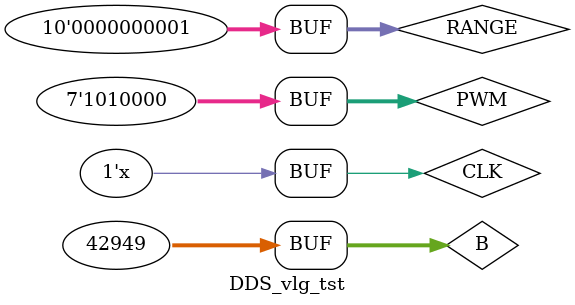
<source format=v>

                                                                                
// Verilog Test Bench template for design : DDS
// 
// Simulation tool : ModelSim-Altera (Verilog)
// 

`timescale 1 ns/ 1 ns
module DDS_vlg_tst();
                                         
reg [31:0] B;
reg CLK;
reg [9:0] RANGE;
// wires                                               
wire [9:0]  DAC;
wire DAC_CLK;
reg [6:0] PWM;
// assign statements (if any)                          
DDS i1 (
// port map - connection between master ports and signals/registers   
	.B(B),
	.CLK(CLK),	
	.DAC_CLK(DAC_CLK),
	.RANGE(RANGE),
	.PWM(PWM),
	.DAC(DAC)
);
initial                                                
begin                                                  

 CLK=1'b0;
 B=32'd42949*1;
 RANGE=10'd1; 
 PWM[6:0]=7'd80;                     
end                                                    
always #10 CLK=~CLK;                                               
                                                                      
endmodule


</source>
